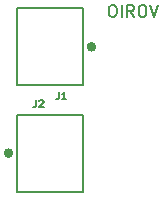
<source format=gbr>
%TF.GenerationSoftware,KiCad,Pcbnew,(6.0.9)*%
%TF.CreationDate,2023-02-05T22:41:28+02:00*%
%TF.ProjectId,signal,7369676e-616c-42e6-9b69-6361645f7063,rev?*%
%TF.SameCoordinates,Original*%
%TF.FileFunction,Legend,Top*%
%TF.FilePolarity,Positive*%
%FSLAX46Y46*%
G04 Gerber Fmt 4.6, Leading zero omitted, Abs format (unit mm)*
G04 Created by KiCad (PCBNEW (6.0.9)) date 2023-02-05 22:41:28*
%MOMM*%
%LPD*%
G01*
G04 APERTURE LIST*
%ADD10C,0.150000*%
%ADD11C,0.127000*%
%ADD12C,0.400000*%
G04 APERTURE END LIST*
D10*
X179214285Y-49452380D02*
X179404761Y-49452380D01*
X179500000Y-49500000D01*
X179595238Y-49595238D01*
X179642857Y-49785714D01*
X179642857Y-50119047D01*
X179595238Y-50309523D01*
X179500000Y-50404761D01*
X179404761Y-50452380D01*
X179214285Y-50452380D01*
X179119047Y-50404761D01*
X179023809Y-50309523D01*
X178976190Y-50119047D01*
X178976190Y-49785714D01*
X179023809Y-49595238D01*
X179119047Y-49500000D01*
X179214285Y-49452380D01*
X180071428Y-50452380D02*
X180071428Y-49452380D01*
X181119047Y-50452380D02*
X180785714Y-49976190D01*
X180547619Y-50452380D02*
X180547619Y-49452380D01*
X180928571Y-49452380D01*
X181023809Y-49500000D01*
X181071428Y-49547619D01*
X181119047Y-49642857D01*
X181119047Y-49785714D01*
X181071428Y-49880952D01*
X181023809Y-49928571D01*
X180928571Y-49976190D01*
X180547619Y-49976190D01*
X181738095Y-49452380D02*
X181928571Y-49452380D01*
X182023809Y-49500000D01*
X182119047Y-49595238D01*
X182166666Y-49785714D01*
X182166666Y-50119047D01*
X182119047Y-50309523D01*
X182023809Y-50404761D01*
X181928571Y-50452380D01*
X181738095Y-50452380D01*
X181642857Y-50404761D01*
X181547619Y-50309523D01*
X181500000Y-50119047D01*
X181500000Y-49785714D01*
X181547619Y-49595238D01*
X181642857Y-49500000D01*
X181738095Y-49452380D01*
X182452380Y-49452380D02*
X182785714Y-50452380D01*
X183119047Y-49452380D01*
%TO.C,J2*%
X172817404Y-57488317D02*
X172817404Y-57945947D01*
X172786895Y-58037473D01*
X172725878Y-58098490D01*
X172634352Y-58128999D01*
X172573335Y-58128999D01*
X173091982Y-57549334D02*
X173122491Y-57518826D01*
X173183508Y-57488317D01*
X173336051Y-57488317D01*
X173397069Y-57518826D01*
X173427577Y-57549334D01*
X173458086Y-57610352D01*
X173458086Y-57671369D01*
X173427577Y-57762895D01*
X173061473Y-58128999D01*
X173458086Y-58128999D01*
%TO.C,J1*%
X174755474Y-56809983D02*
X174755474Y-57267613D01*
X174724965Y-57359139D01*
X174663948Y-57420156D01*
X174572422Y-57450665D01*
X174511405Y-57450665D01*
X175396156Y-57450665D02*
X175030052Y-57450665D01*
X175213104Y-57450665D02*
X175213104Y-56809983D01*
X175152087Y-56901509D01*
X175091069Y-56962526D01*
X175030052Y-56993035D01*
D11*
%TO.C,J2*%
X171230000Y-58750000D02*
X176770000Y-58750000D01*
X176770000Y-65250000D02*
X171230000Y-65250000D01*
X171230000Y-65250000D02*
X171230000Y-58750000D01*
X176770000Y-58750000D02*
X176770000Y-65250000D01*
D12*
X170698000Y-62000000D02*
G75*
G03*
X170698000Y-62000000I-200000J0D01*
G01*
D11*
%TO.C,J1*%
X176770000Y-56250000D02*
X171230000Y-56250000D01*
X171230000Y-49750000D02*
X176770000Y-49750000D01*
X176770000Y-49750000D02*
X176770000Y-56250000D01*
X171230000Y-56250000D02*
X171230000Y-49750000D01*
D12*
X177702000Y-53000000D02*
G75*
G03*
X177702000Y-53000000I-200000J0D01*
G01*
%TD*%
M02*

</source>
